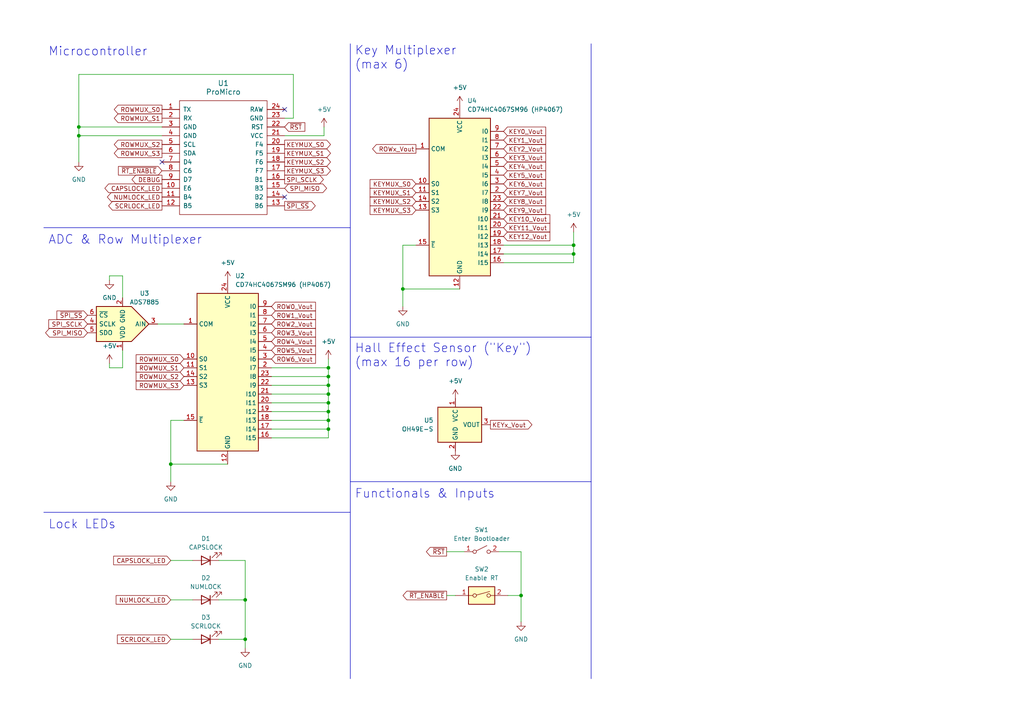
<source format=kicad_sch>
(kicad_sch (version 20230121) (generator eeschema)
  (paper "A4")
  (title_block (title "GoonBoard75") (date "2025-08-01") (rev "beta 1.0") (comment 1 "BETA DESIGN. SUBJECT TO CHANGE.") (comment 2 "Released under the MIT License.") (comment 3 "Copyright (c) Mingi Hwang 2025"))
  (lib_symbols
    (symbol "74xx:CD74HC4067M"
      (property "Reference" "U" (at -8.89 22.86 0))
      (property "Value" "CD74HC4067M" (at 1.27 22.86 0))
      (symbol "CD74HC4067M_0_1"
        (rectangle (start -8.89 21.59) (end 8.89 -24.13) (stroke (width 0.254)) (fill (type background)))
      )
      (symbol "CD74HC4067M_1_1"
        (pin passive line (at -12.7 12.7 0) (length 3.81) (name "COM") (number "1"))
        (pin input line (at -12.7 2.54 0) (length 3.81) (name "S0") (number "10"))
        (pin input line (at -12.7 0 0) (length 3.81) (name "S1") (number "11"))
        (pin power_in line (at 0 -27.94 90) (length 3.81) (name "GND") (number "12"))
        (pin input line (at -12.7 -5.08 0) (length 3.81) (name "S3") (number "13"))
        (pin input line (at -12.7 -2.54 0) (length 3.81) (name "S2") (number "14"))
        (pin input line (at -12.7 -15.24 0) (length 3.81) (name "~{E}") (number "15"))
        (pin passive line (at 12.7 -20.32 180) (length 3.81) (name "I15") (number "16"))
        (pin passive line (at 12.7 -17.78 180) (length 3.81) (name "I14") (number "17"))
        (pin passive line (at 12.7 -15.24 180) (length 3.81) (name "I13") (number "18"))
        (pin passive line (at 12.7 -12.7 180) (length 3.81) (name "I12") (number "19"))
        (pin passive line (at 12.7 0 180) (length 3.81) (name "I7") (number "2"))
        (pin passive line (at 12.7 -10.16 180) (length 3.81) (name "I11") (number "20"))
        (pin passive line (at 12.7 -7.62 180) (length 3.81) (name "I10") (number "21"))
        (pin passive line (at 12.7 -5.08 180) (length 3.81) (name "I9") (number "22"))
        (pin passive line (at 12.7 -2.54 180) (length 3.81) (name "I8") (number "23"))
        (pin power_in line (at 0 25.4 270) (length 3.81) (name "VCC") (number "24"))
        (pin passive line (at 12.7 2.54 180) (length 3.81) (name "I6") (number "3"))
        (pin passive line (at 12.7 5.08 180) (length 3.81) (name "I5") (number "4"))
        (pin passive line (at 12.7 7.62 180) (length 3.81) (name "I4") (number "5"))
        (pin passive line (at 12.7 10.16 180) (length 3.81) (name "I3") (number "6"))
        (pin passive line (at 12.7 12.7 180) (length 3.81) (name "I2") (number "7"))
        (pin passive line (at 12.7 15.24 180) (length 3.81) (name "I1") (number "8"))
        (pin passive line (at 12.7 17.78 180) (length 3.81) (name "I0") (number "9"))
      )
    )
    (symbol "Analog_ADC:ADS7868" (pin_names (offset 0.762))
      (property "Reference" "U" (at 1.27 6.35 0))
      (property "Value" "ADS7868" (at 1.27 -6.35 0))
      (symbol "ADS7868_0_1"
        (polyline (pts (xy -2.54 5.08) (xy 7.62 5.08) (xy 7.62 -5.08) (xy -2.54 -5.08) (xy -7.62 0) (xy -2.54 5.08)) (stroke (width 0.254)) (fill (type background)))
      )
      (symbol "ADS7868_1_1"
        (pin power_in line (at 0 7.62 270) (length 2.54) (name "VDD") (number "1"))
        (pin power_in line (at 0 -7.62 90) (length 2.54) (name "GND") (number "2"))
        (pin input line (at -10.16 0 0) (length 2.54) (name "AIN") (number "3"))
        (pin input line (at 10.16 0 180) (length 2.54) (name "SCLK") (number "4"))
        (pin tri_state line (at 10.16 2.54 180) (length 2.54) (name "SDO") (number "5"))
        (pin input line (at 10.16 -2.54 180) (length 2.54) (name "~{CS}") (number "6"))
      )
    )
    (symbol "Device:LED" (pin_numbers hide) (pin_names (offset 1.016) hide)
      (property "Reference" "D" (at 0 2.54 0))
      (property "Value" "LED" (at 0 -2.54 0))
      (symbol "LED_0_1"
        (polyline (pts (xy -1.27 -1.27) (xy -1.27 1.27)) (stroke (width 0.254)))
        (polyline (pts (xy -1.27 0) (xy 1.27 0)))
        (polyline (pts (xy 1.27 -1.27) (xy 1.27 1.27) (xy -1.27 0) (xy 1.27 -1.27)) (stroke (width 0.254)))
        (polyline (pts (xy -3.048 -0.762) (xy -4.572 -2.286) (xy -3.81 -2.286) (xy -4.572 -2.286) (xy -4.572 -1.524)))
        (polyline (pts (xy -1.778 -0.762) (xy -3.302 -2.286) (xy -2.54 -2.286) (xy -3.302 -2.286) (xy -3.302 -1.524)))
      )
      (symbol "LED_1_1"
        (pin passive line (at -3.81 0 0) (length 2.54) (name "K") (number "1"))
        (pin passive line (at 3.81 0 180) (length 2.54) (name "A") (number "2"))
      )
    )
    (symbol "Sensor_Current:A1369xUA-10"
      (property "Reference" "U" (at 8.89 6.35 0))
      (property "Value" "A1369xUA-10" (at 8.89 3.81 0))
      (symbol "A1369xUA-10_0_1"
        (rectangle (start -5.08 5.08) (end 7.62 -5.08) (stroke (width 0.254)) (fill (type background)))
      )
      (symbol "A1369xUA-10_1_1"
        (pin power_in line (at 0 7.62 270) (length 2.54) (name "VCC") (number "1"))
        (pin power_in line (at 0 -7.62 90) (length 2.54) (name "GND") (number "2"))
        (pin output line (at 10.16 0 180) (length 2.54) (name "VOUT") (number "3"))
      )
    )
    (symbol "Switch:SW_DIP_x01" (pin_names (offset 0) hide)
      (property "Reference" "SW" (at 0 3.81 0))
      (property "Value" "SW_DIP_x01" (at 0 -3.81 0))
      (symbol "SW_DIP_x01_0_0"
        (circle (center -2.032 0) (radius 0.508))
        (polyline (pts (xy -1.524 0.127) (xy 2.3622 1.1684)))
        (circle (center 2.032 0) (radius 0.508))
      )
      (symbol "SW_DIP_x01_0_1"
        (rectangle (start -3.81 2.54) (end 3.81 -2.54) (stroke (width 0.254)) (fill (type background)))
      )
      (symbol "SW_DIP_x01_1_1"
        (pin passive line (at -7.62 0 0) (length 5.08) (name "~") (number "1"))
        (pin passive line (at 7.62 0 180) (length 5.08) (name "~") (number "2"))
      )
    )
    (symbol "Switch:SW_SPST" (pin_names (offset 0) hide)
      (property "Reference" "SW" (at 0 3.175 0))
      (property "Value" "SW_SPST" (at 0 -2.54 0))
      (symbol "SW_SPST_0_0"
        (circle (center -2.032 0) (radius 0.508))
        (polyline (pts (xy -1.524 0.254) (xy 1.524 1.778)))
        (circle (center 2.032 0) (radius 0.508))
      )
      (symbol "SW_SPST_1_1"
        (pin passive line (at -5.08 0 0) (length 2.54) (name "A") (number "1"))
        (pin passive line (at 5.08 0 180) (length 2.54) (name "B") (number "2"))
      )
    )
    (symbol "power:+5V" (power) (pin_names (offset 0))
      (property "Value" "+5V" (at 0 3.556 0))
      (symbol "+5V_0_1"
        (polyline (pts (xy -0.762 1.27) (xy 0 2.54)))
        (polyline (pts (xy 0 0) (xy 0 2.54)))
        (polyline (pts (xy 0 2.54) (xy 0.762 1.27)))
      )
      (symbol "+5V_1_1"
        (pin power_in line (at 0 0 90) (length 0) hide (name "+5V") (number "1"))
      )
    )
    (symbol "power:GND" (power) (pin_names (offset 0))
      (property "Value" "GND" (at 0 -3.81 0))
      (symbol "GND_0_1"
        (polyline (pts (xy 0 0) (xy 0 -1.27) (xy 1.27 -1.27) (xy 0 -2.54) (xy -1.27 -1.27) (xy 0 -1.27)))
      )
      (symbol "GND_1_1"
        (pin power_in line (at 0 0 270) (length 0) hide (name "GND") (number "1"))
      )
    )
    (symbol "promicro:ProMicro" (pin_names (offset 1.016))
      (property "Reference" "U" (at 0 24.13 0))
      (property "Value" "ProMicro" (at 0 -13.97 0))
      (symbol "ProMicro_0_1"
        (rectangle (start -12.7 21.59) (end 12.7 -11.43))
      )
      (symbol "ProMicro_1_1"
        (pin bidirectional line (at -17.78 19.05 0) (length 5.08) (name "TX") (number "1"))
        (pin bidirectional line (at -17.78 -3.81 0) (length 5.08) (name "E6") (number "10"))
        (pin bidirectional line (at -17.78 -6.35 0) (length 5.08) (name "B4") (number "11"))
        (pin bidirectional line (at -17.78 -8.89 0) (length 5.08) (name "B5") (number "12"))
        (pin bidirectional line (at 17.78 -8.89 180) (length 5.08) (name "B6") (number "13"))
        (pin bidirectional line (at 17.78 -6.35 180) (length 5.08) (name "B2") (number "14"))
        (pin bidirectional line (at 17.78 -3.81 180) (length 5.08) (name "B3") (number "15"))
        (pin bidirectional line (at 17.78 -1.27 180) (length 5.08) (name "B1") (number "16"))
        (pin bidirectional line (at 17.78 1.27 180) (length 5.08) (name "F7") (number "17"))
        (pin bidirectional line (at 17.78 3.81 180) (length 5.08) (name "F6") (number "18"))
        (pin bidirectional line (at 17.78 6.35 180) (length 5.08) (name "F5") (number "19"))
        (pin bidirectional line (at -17.78 16.51 0) (length 5.08) (name "RX") (number "2"))
        (pin bidirectional line (at 17.78 8.89 180) (length 5.08) (name "F4") (number "20"))
        (pin power_in line (at 17.78 11.43 180) (length 5.08) (name "VCC") (number "21"))
        (pin input line (at 17.78 13.97 180) (length 5.08) (name "RST") (number "22"))
        (pin power_in line (at 17.78 16.51 180) (length 5.08) (name "GND") (number "23"))
        (pin power_out line (at 17.78 19.05 180) (length 5.08) (name "RAW") (number "24"))
        (pin power_in line (at -17.78 13.97 0) (length 5.08) (name "GND") (number "3"))
        (pin power_in line (at -17.78 11.43 0) (length 5.08) (name "GND") (number "4"))
        (pin bidirectional line (at -17.78 8.89 0) (length 5.08) (name "SCL") (number "5"))
        (pin bidirectional line (at -17.78 6.35 0) (length 5.08) (name "SDA") (number "6"))
        (pin bidirectional line (at -17.78 3.81 0) (length 5.08) (name "D4") (number "7"))
        (pin bidirectional line (at -17.78 1.27 0) (length 5.08) (name "C6") (number "8"))
        (pin bidirectional line (at -17.78 -1.27 0) (length 5.08) (name "D7") (number "9"))
      )
    )
  )
  (junction (at 71.12 173.99))
  (junction (at 95.25 116.84))
  (junction (at 22.86 39.37))
  (junction (at 95.25 111.76))
  (junction (at 95.25 106.68))
  (junction (at 116.84 83.82))
  (junction (at 95.25 119.38))
  (junction (at 95.25 121.92))
  (junction (at 95.25 124.46))
  (junction (at 95.25 109.22))
  (junction (at 49.53 134.62))
  (junction (at 166.37 73.66))
  (junction (at 151.13 172.72))
  (junction (at 71.12 185.42))
  (junction (at 22.86 36.83))
  (junction (at 95.25 114.3))
  (junction (at 166.37 71.12))
  (no_connect (at 82.55 31.75))
  (no_connect (at 82.55 57.15))
  (no_connect (at 46.99 46.99))
  (wire (pts (xy 46.99 39.37) (xy 22.86 39.37)))
  (wire (pts (xy 78.74 106.68) (xy 95.25 106.68)))
  (wire (pts (xy 78.74 111.76) (xy 95.25 111.76)))
  (wire (pts (xy 95.25 111.76) (xy 95.25 114.3)))
  (wire (pts (xy 35.56 80.01) (xy 35.56 86.36)))
  (wire (pts (xy 146.05 71.12) (xy 166.37 71.12)))
  (wire (pts (xy 147.32 172.72) (xy 151.13 172.72)))
  (wire (pts (xy 71.12 185.42) (xy 71.12 187.96)))
  (wire (pts (xy 45.72 93.98) (xy 53.34 93.98)))
  (polyline (pts (xy 101.6 139.7) (xy 171.45 139.7)))
  (wire (pts (xy 116.84 71.12) (xy 120.65 71.12)))
  (polyline (pts (xy 101.6 148.59) (xy 101.6 196.85)))
  (wire (pts (xy 22.86 39.37) (xy 22.86 46.99)))
  (polyline (pts (xy 171.45 139.7) (xy 171.45 97.79)))
  (wire (pts (xy 22.86 36.83) (xy 46.99 36.83)))
  (polyline (pts (xy 171.45 139.7) (xy 171.45 196.85)))
  (wire (pts (xy 166.37 73.66) (xy 166.37 76.2)))
  (wire (pts (xy 166.37 67.31) (xy 166.37 71.12)))
  (wire (pts (xy 31.75 106.68) (xy 35.56 106.68)))
  (wire (pts (xy 49.53 139.7) (xy 49.53 134.62)))
  (wire (pts (xy 95.25 119.38) (xy 95.25 121.92)))
  (wire (pts (xy 31.75 80.01) (xy 31.75 81.28)))
  (wire (pts (xy 82.55 39.37) (xy 93.98 39.37)))
  (wire (pts (xy 49.53 134.62) (xy 66.04 134.62)))
  (wire (pts (xy 31.75 105.41) (xy 31.75 106.68)))
  (wire (pts (xy 63.5 162.56) (xy 71.12 162.56)))
  (wire (pts (xy 78.74 114.3) (xy 95.25 114.3)))
  (wire (pts (xy 146.05 73.66) (xy 166.37 73.66)))
  (polyline (pts (xy 101.6 97.79) (xy 171.45 97.79)))
  (wire (pts (xy 93.98 36.83) (xy 93.98 39.37)))
  (wire (pts (xy 71.12 162.56) (xy 71.12 173.99)))
  (wire (pts (xy 166.37 71.12) (xy 166.37 73.66)))
  (wire (pts (xy 116.84 83.82) (xy 133.35 83.82)))
  (wire (pts (xy 129.54 160.02) (xy 134.62 160.02)))
  (wire (pts (xy 95.25 109.22) (xy 95.25 111.76)))
  (wire (pts (xy 78.74 119.38) (xy 95.25 119.38)))
  (wire (pts (xy 146.05 76.2) (xy 166.37 76.2)))
  (polyline (pts (xy 171.45 12.7) (xy 171.45 97.79)))
  (polyline (pts (xy 12.7 148.59) (xy 101.6 148.59)))
  (wire (pts (xy 95.25 121.92) (xy 95.25 124.46)))
  (wire (pts (xy 78.74 124.46) (xy 95.25 124.46)))
  (wire (pts (xy 82.55 34.29) (xy 85.09 34.29)))
  (wire (pts (xy 144.78 160.02) (xy 151.13 160.02)))
  (wire (pts (xy 85.09 21.59) (xy 22.86 21.59)))
  (wire (pts (xy 63.5 173.99) (xy 71.12 173.99)))
  (wire (pts (xy 95.25 104.14) (xy 95.25 106.68)))
  (wire (pts (xy 151.13 160.02) (xy 151.13 172.72)))
  (wire (pts (xy 31.75 80.01) (xy 35.56 80.01)))
  (wire (pts (xy 49.53 134.62) (xy 49.53 121.92)))
  (wire (pts (xy 78.74 127) (xy 95.25 127)))
  (wire (pts (xy 22.86 36.83) (xy 22.86 39.37)))
  (wire (pts (xy 78.74 109.22) (xy 95.25 109.22)))
  (wire (pts (xy 116.84 88.9) (xy 116.84 83.82)))
  (wire (pts (xy 49.53 185.42) (xy 55.88 185.42)))
  (polyline (pts (xy 12.7 66.04) (xy 101.6 66.04)))
  (wire (pts (xy 71.12 173.99) (xy 71.12 185.42)))
  (polyline (pts (xy 101.6 66.04) (xy 101.6 148.59)))
  (wire (pts (xy 132.08 172.72) (xy 129.54 172.72)))
  (wire (pts (xy 95.25 114.3) (xy 95.25 116.84)))
  (wire (pts (xy 95.25 116.84) (xy 95.25 119.38)))
  (wire (pts (xy 49.53 173.99) (xy 55.88 173.99)))
  (wire (pts (xy 49.53 121.92) (xy 53.34 121.92)))
  (wire (pts (xy 116.84 83.82) (xy 116.84 71.12)))
  (wire (pts (xy 151.13 172.72) (xy 151.13 180.34)))
  (wire (pts (xy 63.5 185.42) (xy 71.12 185.42)))
  (wire (pts (xy 78.74 116.84) (xy 95.25 116.84)))
  (wire (pts (xy 95.25 106.68) (xy 95.25 109.22)))
  (wire (pts (xy 85.09 34.29) (xy 85.09 21.59)))
  (wire (pts (xy 78.74 121.92) (xy 95.25 121.92)))
  (polyline (pts (xy 101.6 12.7) (xy 101.6 66.04)))
  (wire (pts (xy 95.25 124.46) (xy 95.25 127)))
  (wire (pts (xy 49.53 162.56) (xy 55.88 162.56)))
  (wire (pts (xy 35.56 101.6) (xy 35.56 106.68)))
  (wire (pts (xy 22.86 21.59) (xy 22.86 36.83)))
  (text "ADC & Row Multiplexer" (at 13.97 71.12 0) (effects (font (size 2.54 2.54)) (justify left bottom)))
  (text "Lock LEDs" (at 13.97 153.67 0) (effects (font (size 2.54 2.54)) (justify left bottom)))
  (text "Microcontroller" (at 13.97 16.51 0) (effects (font (size 2.54 2.54)) (justify left bottom)))
  (text "Hall Effect Sensor (\"Key\")\n(max 16 per row)" (at 102.87 106.68 0) (effects (font (size 2.54 2.54)) (justify left bottom)))
  (text "Key Multiplexer\n(max 6)" (at 102.87 20.32 0) (effects (font (size 2.54 2.54)) (justify left bottom)))
  (text "Functionals & Inputs" (at 102.87 144.78 0) (effects (font (size 2.54 2.54)) (justify left bottom)))
  (global_label "KEY10_Vout" (shape input) (at 146.05 63.5 0) (property "Intersheetrefs" "${INTERSHEET_REFS}" (effects hide)))
  (global_label "ROWMUX_S0" (shape input) (at 53.34 104.14 180) (property "Intersheetrefs" "${INTERSHEET_REFS}" (effects hide)))
  (global_label "KEY4_Vout" (shape input) (at 146.05 48.26 0) (property "Intersheetrefs" "${INTERSHEET_REFS}" (effects hide)))
  (global_label "ROW4_Vout" (shape input) (at 78.74 99.06 0) (property "Intersheetrefs" "${INTERSHEET_REFS}" (effects hide)))
  (global_label "KEYMUX_S3" (shape input) (at 120.65 60.96 180) (property "Intersheetrefs" "${INTERSHEET_REFS}" (effects hide)))
  (global_label "KEY1_Vout" (shape input) (at 146.05 40.64 0) (property "Intersheetrefs" "${INTERSHEET_REFS}" (effects hide)))
  (global_label "ROWMUX_S3" (shape input) (at 53.34 111.76 180) (property "Intersheetrefs" "${INTERSHEET_REFS}" (effects hide)))
  (global_label "ROW2_Vout" (shape input) (at 78.74 93.98 0) (property "Intersheetrefs" "${INTERSHEET_REFS}" (effects hide)))
  (global_label "~{RST}" (shape output) (at 129.54 160.02 180) (property "Intersheetrefs" "${INTERSHEET_REFS}" (effects hide)))
  (global_label "SPI_SCLK" (shape output) (at 82.55 52.07 0) (property "Intersheetrefs" "${INTERSHEET_REFS}" (effects hide)))
  (global_label "ROWMUX_S1" (shape input) (at 53.34 106.68 180) (property "Intersheetrefs" "${INTERSHEET_REFS}" (effects hide)))
  (global_label "KEY5_Vout" (shape input) (at 146.05 50.8 0) (property "Intersheetrefs" "${INTERSHEET_REFS}" (effects hide)))
  (global_label "SCRLOCK_LED" (shape input) (at 49.53 185.42 180) (property "Intersheetrefs" "${INTERSHEET_REFS}" (effects hide)))
  (global_label "NUMLOCK_LED" (shape input) (at 49.53 173.99 180) (property "Intersheetrefs" "${INTERSHEET_REFS}" (effects hide)))
  (global_label "ROWMUX_S2" (shape input) (at 53.34 109.22 180) (property "Intersheetrefs" "${INTERSHEET_REFS}" (effects hide)))
  (global_label "CAPSLOCK_LED" (shape input) (at 49.53 162.56 180) (property "Intersheetrefs" "${INTERSHEET_REFS}" (effects hide)))
  (global_label "KEYMUX_S3" (shape output) (at 82.55 49.53 0) (property "Intersheetrefs" "${INTERSHEET_REFS}" (effects hide)))
  (global_label "KEYMUX_S0" (shape output) (at 82.55 41.91 0) (property "Intersheetrefs" "${INTERSHEET_REFS}" (effects hide)))
  (global_label "KEYMUX_S2" (shape input) (at 120.65 58.42 180) (property "Intersheetrefs" "${INTERSHEET_REFS}" (effects hide)))
  (global_label "~{RST}" (shape input) (at 82.55 36.83 0) (property "Intersheetrefs" "${INTERSHEET_REFS}" (effects hide)))
  (global_label "KEY7_Vout" (shape input) (at 146.05 55.88 0) (property "Intersheetrefs" "${INTERSHEET_REFS}" (effects hide)))
  (global_label "KEY8_Vout" (shape input) (at 146.05 58.42 0) (property "Intersheetrefs" "${INTERSHEET_REFS}" (effects hide)))
  (global_label "KEY6_Vout" (shape input) (at 146.05 53.34 0) (property "Intersheetrefs" "${INTERSHEET_REFS}" (effects hide)))
  (global_label "KEY12_Vout" (shape input) (at 146.05 68.58 0) (property "Intersheetrefs" "${INTERSHEET_REFS}" (effects hide)))
  (global_label "ROW1_Vout" (shape input) (at 78.74 91.44 0) (property "Intersheetrefs" "${INTERSHEET_REFS}" (effects hide)))
  (global_label "ROWMUX_S0" (shape output) (at 46.99 31.75 180) (property "Intersheetrefs" "${INTERSHEET_REFS}" (effects hide)))
  (global_label "NUMLOCK_LED" (shape output) (at 46.99 57.15 180) (property "Intersheetrefs" "${INTERSHEET_REFS}" (effects hide)))
  (global_label "~{RT_ENABLE}" (shape output) (at 129.54 172.72 180) (property "Intersheetrefs" "${INTERSHEET_REFS}" (effects hide)))
  (global_label "~{SPI_SS}" (shape input) (at 25.4 91.44 180) (property "Intersheetrefs" "${INTERSHEET_REFS}" (effects hide)))
  (global_label "KEYMUX_S1" (shape output) (at 82.55 44.45 0) (property "Intersheetrefs" "${INTERSHEET_REFS}" (effects hide)))
  (global_label "DEBUG" (shape output) (at 46.99 52.07 180) (property "Intersheetrefs" "${INTERSHEET_REFS}" (effects hide)))
  (global_label "SPI_MISO" (shape tri_state) (at 82.55 54.61 0) (property "Intersheetrefs" "${INTERSHEET_REFS}" (effects hide)))
  (global_label "ROWMUX_S2" (shape output) (at 46.99 41.91 180) (property "Intersheetrefs" "${INTERSHEET_REFS}" (effects hide)))
  (global_label "~{RT_ENABLE}" (shape input) (at 46.99 49.53 180) (property "Intersheetrefs" "${INTERSHEET_REFS}" (effects hide)))
  (global_label "KEYMUX_S1" (shape input) (at 120.65 55.88 180) (property "Intersheetrefs" "${INTERSHEET_REFS}" (effects hide)))
  (global_label "SPI_MISO" (shape tri_state) (at 25.4 96.52 180) (property "Intersheetrefs" "${INTERSHEET_REFS}" (effects hide)))
  (global_label "ROWMUX_S1" (shape output) (at 46.99 34.29 180) (property "Intersheetrefs" "${INTERSHEET_REFS}" (effects hide)))
  (global_label "SPI_SCLK" (shape input) (at 25.4 93.98 180) (property "Intersheetrefs" "${INTERSHEET_REFS}" (effects hide)))
  (global_label "ROW5_Vout" (shape input) (at 78.74 101.6 0) (property "Intersheetrefs" "${INTERSHEET_REFS}" (effects hide)))
  (global_label "KEY9_Vout" (shape input) (at 146.05 60.96 0) (property "Intersheetrefs" "${INTERSHEET_REFS}" (effects hide)))
  (global_label "KEY11_Vout" (shape input) (at 146.05 66.04 0) (property "Intersheetrefs" "${INTERSHEET_REFS}" (effects hide)))
  (global_label "KEYMUX_S0" (shape input) (at 120.65 53.34 180) (property "Intersheetrefs" "${INTERSHEET_REFS}" (effects hide)))
  (global_label "ROW3_Vout" (shape input) (at 78.74 96.52 0) (property "Intersheetrefs" "${INTERSHEET_REFS}" (effects hide)))
  (global_label "KEYMUX_S2" (shape output) (at 82.55 46.99 0) (property "Intersheetrefs" "${INTERSHEET_REFS}" (effects hide)))
  (global_label "~{SPI_SS}" (shape output) (at 82.55 59.69 0) (property "Intersheetrefs" "${INTERSHEET_REFS}" (effects hide)))
  (global_label "KEY3_Vout" (shape input) (at 146.05 45.72 0) (property "Intersheetrefs" "${INTERSHEET_REFS}" (effects hide)))
  (global_label "CAPSLOCK_LED" (shape output) (at 46.99 54.61 180) (property "Intersheetrefs" "${INTERSHEET_REFS}" (effects hide)))
  (global_label "KEY2_Vout" (shape input) (at 146.05 43.18 0) (property "Intersheetrefs" "${INTERSHEET_REFS}" (effects hide)))
  (global_label "KEY0_Vout" (shape input) (at 146.05 38.1 0) (property "Intersheetrefs" "${INTERSHEET_REFS}" (effects hide)))
  (global_label "SCRLOCK_LED" (shape output) (at 46.99 59.69 180) (property "Intersheetrefs" "${INTERSHEET_REFS}" (effects hide)))
  (global_label "ROW0_Vout" (shape input) (at 78.74 88.9 0) (property "Intersheetrefs" "${INTERSHEET_REFS}" (effects hide)))
  (global_label "KEYx_Vout" (shape output) (at 142.24 123.19 0) (property "Intersheetrefs" "${INTERSHEET_REFS}" (effects hide)))
  (global_label "ROWMUX_S3" (shape output) (at 46.99 44.45 180) (property "Intersheetrefs" "${INTERSHEET_REFS}" (effects hide)))
  (global_label "ROW6_Vout" (shape input) (at 78.74 104.14 0) (property "Intersheetrefs" "${INTERSHEET_REFS}" (effects hide)))
  (global_label "ROWx_Vout" (shape output) (at 120.65 43.18 180) (property "Intersheetrefs" "${INTERSHEET_REFS}" (effects hide)))
  (symbol (lib_id "power:+5V") (at 66.04 81.28 0) (unit 1)
    (property "Reference" "#PWR05" (effects hide))
    (property "Value" "+5V" (at 66.04 76.2 0))
  )
  (symbol (lib_id "power:GND") (at 31.75 81.28 0) (unit 1)
    (property "Reference" "#PWR07" (effects hide))
    (property "Value" "GND" (at 31.75 86.36 0))
  )
  (symbol (lib_id "power:GND") (at 71.12 187.96 0) (unit 1)
    (property "Reference" "#PWR03" (effects hide))
    (property "Value" "GND" (at 71.12 193.04 0))
  )
  (symbol (lib_id "Switch:SW_SPST") (at 139.7 160.02 0) (unit 1)
    (property "Reference" "SW1" (at 139.7 153.67 0))
    (property "Value" "Enter Bootloader" (at 139.7 156.21 0))
  )
  (symbol (lib_id "power:GND") (at 22.86 46.99 0) (unit 1)
    (property "Reference" "#PWR01" (effects hide))
    (property "Value" "GND" (at 22.86 52.07 0))
  )
  (symbol (lib_id "promicro:ProMicro") (at 64.77 50.8 0) (unit 1)
    (property "Reference" "U1" (at 64.77 24.13 0) (effects (font (size 1.524 1.524))))
    (property "Value" "ProMicro" (at 64.77 26.67 0) (effects (font (size 1.524 1.524))))
  )
  (symbol (lib_id "power:+5V") (at 93.98 36.83 0) (unit 1)
    (property "Reference" "#PWR02" (effects hide))
    (property "Value" "+5V" (at 93.98 31.75 0))
  )
  (symbol (lib_id "power:GND") (at 151.13 180.34 0) (unit 1)
    (property "Reference" "#PWR014" (effects hide))
    (property "Value" "GND" (at 151.13 185.42 0))
  )
  (symbol (lib_id "power:+5V") (at 31.75 105.41 0) (unit 1)
    (property "Reference" "#PWR06" (effects hide))
    (property "Value" "+5V" (at 31.75 100.33 0))
  )
  (symbol (lib_id "power:GND") (at 132.08 130.81 0) (unit 1)
    (property "Reference" "#PWR011" (effects hide))
    (property "Value" "GND" (at 132.08 135.89 0))
  )
  (symbol (lib_id "Device:LED") (at 59.69 173.99 180) (unit 1)
    (property "Reference" "D2" (at 59.69 167.64 0))
    (property "Value" "NUMLOCK" (at 59.69 170.18 0))
  )
  (symbol (lib_id "Device:LED") (at 59.69 185.42 180) (unit 1)
    (property "Reference" "D3" (at 59.69 179.07 0))
    (property "Value" "SCRLOCK" (at 59.69 181.61 0))
  )
  (symbol (lib_id "Analog_ADC:ADS7868") (at 35.56 93.98 180) (unit 1)
    (property "Reference" "U3" (at 41.91 85.09 0))
    (property "Value" "ADS7885" (at 41.91 87.63 0))
    (property "Footprint" "Package_TO_SOT_SMD:TSOT-23-6" (effects hide))
    (property "Datasheet" "http://www.ti.com/lit/ds/symlink/ads7866.pdf" (effects hide))
  )
  (symbol (lib_id "power:GND") (at 116.84 88.9 0) (unit 1)
    (property "Reference" "#PWR08" (effects hide))
    (property "Value" "GND" (at 116.84 93.98 0))
  )
  (symbol (lib_id "Device:LED") (at 59.69 162.56 180) (unit 1)
    (property "Reference" "D1" (at 59.69 156.21 0))
    (property "Value" "CAPSLOCK" (at 59.69 158.75 0))
  )
  (symbol (lib_id "Sensor_Current:A1369xUA-10") (at 132.08 123.19 0) (unit 1)
    (property "Reference" "U5" (at 125.73 121.92 0) (effects (justify right)))
    (property "Value" "OH49E-S" (at 125.73 124.46 0) (effects (justify right)))
    (property "Footprint" "Sensor_Current:Allegro_SIP-3" (effects hide))
    (property "Datasheet" "http://www.allegromicro.com/~/media/Files/Datasheets/A1369-Datasheet.ashx?la=en" (effects hide))
  )
  (symbol (lib_id "74xx:CD74HC4067M") (at 133.35 55.88 0) (unit 1)
    (property "Reference" "U4" (at 135.5441 29.21 0) (effects (justify left)))
    (property "Value" "CD74HC4067SM96 (HP4067)" (at 135.5441 31.75 0) (effects (justify left)))
    (property "Footprint" "Package_SO:SOIC-24W_7.5x15.4mm_P1.27mm" (effects hide))
    (property "Datasheet" "http://www.ti.com/lit/ds/symlink/cd74hc4067.pdf" (effects hide))
  )
  (symbol (lib_id "power:GND") (at 49.53 139.7 0) (unit 1)
    (property "Reference" "#PWR04" (effects hide))
    (property "Value" "GND" (at 49.53 144.78 0))
  )
  (symbol (lib_id "74xx:CD74HC4067M") (at 66.04 106.68 0) (unit 1)
    (property "Reference" "U2" (at 68.2341 80.01 0) (effects (justify left)))
    (property "Value" "CD74HC4067SM96 (HP4067)" (at 68.2341 82.55 0) (effects (justify left)))
    (property "Footprint" "Package_SO:SOIC-24W_7.5x15.4mm_P1.27mm" (effects hide))
    (property "Datasheet" "http://www.ti.com/lit/ds/symlink/cd74hc4067.pdf" (effects hide))
  )
  (symbol (lib_id "power:+5V") (at 133.35 30.48 0) (unit 1)
    (property "Reference" "#PWR09" (effects hide))
    (property "Value" "+5V" (at 133.35 25.4 0))
  )
  (symbol (lib_id "power:+5V") (at 95.25 104.14 0) (unit 1)
    (property "Reference" "#PWR012" (effects hide))
    (property "Value" "+5V" (at 95.25 99.06 0))
  )
  (symbol (lib_id "Switch:SW_DIP_x01") (at 139.7 172.72 0) (unit 1)
    (property "Reference" "SW2" (at 139.7 165.1 0))
    (property "Value" "Enable RT" (at 139.7 167.64 0))
  )
  (symbol (lib_id "power:+5V") (at 132.08 115.57 0) (unit 1)
    (property "Reference" "#PWR010" (effects hide))
    (property "Value" "+5V" (at 132.08 110.49 0))
  )
  (symbol (lib_id "power:+5V") (at 166.37 67.31 0) (unit 1)
    (property "Reference" "#PWR013" (effects hide))
    (property "Value" "+5V" (at 166.37 62.23 0))
  )
)
</source>
